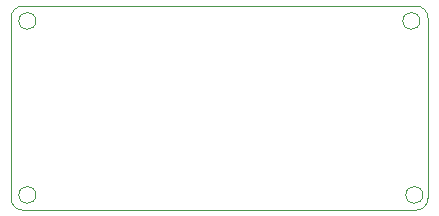
<source format=gm1>
%TF.GenerationSoftware,KiCad,Pcbnew,8.0.1*%
%TF.CreationDate,2024-04-05T16:28:00+11:00*%
%TF.ProjectId,Tiny Solar Supply,54696e79-2053-46f6-9c61-722053757070,rev?*%
%TF.SameCoordinates,Original*%
%TF.FileFunction,Profile,NP*%
%FSLAX46Y46*%
G04 Gerber Fmt 4.6, Leading zero omitted, Abs format (unit mm)*
G04 Created by KiCad (PCBNEW 8.0.1) date 2024-04-05 16:28:00*
%MOMM*%
%LPD*%
G01*
G04 APERTURE LIST*
%TA.AperFunction,Profile*%
%ADD10C,0.100000*%
%TD*%
G04 APERTURE END LIST*
D10*
X181312420Y-111760000D02*
G75*
G02*
X179875580Y-111760000I-718420J0D01*
G01*
X179875580Y-111760000D02*
G75*
G02*
X181312420Y-111760000I718420J0D01*
G01*
X181566420Y-126492000D02*
G75*
G02*
X180129580Y-126492000I-718420J0D01*
G01*
X180129580Y-126492000D02*
G75*
G02*
X181566420Y-126492000I718420J0D01*
G01*
X148800420Y-126492000D02*
G75*
G02*
X147363580Y-126492000I-718420J0D01*
G01*
X147363580Y-126492000D02*
G75*
G02*
X148800420Y-126492000I718420J0D01*
G01*
X148800420Y-111760000D02*
G75*
G02*
X147363580Y-111760000I-718420J0D01*
G01*
X147363580Y-111760000D02*
G75*
G02*
X148800420Y-111760000I718420J0D01*
G01*
X146707107Y-111500000D02*
X146707107Y-126792893D01*
X147707107Y-127792893D02*
X181000000Y-127792893D01*
X182000000Y-126792893D02*
G75*
G02*
X181000000Y-127792900I-1000000J-7D01*
G01*
X147707107Y-110500000D02*
X181000000Y-110500000D01*
X146707107Y-111500000D02*
G75*
G02*
X147707107Y-110500007I999993J0D01*
G01*
X182000000Y-111500000D02*
X182000000Y-126792893D01*
X181000000Y-110500000D02*
G75*
G02*
X182000000Y-111500000I0J-1000000D01*
G01*
X147707107Y-127792893D02*
G75*
G02*
X146707107Y-126792893I-7J999993D01*
G01*
M02*

</source>
